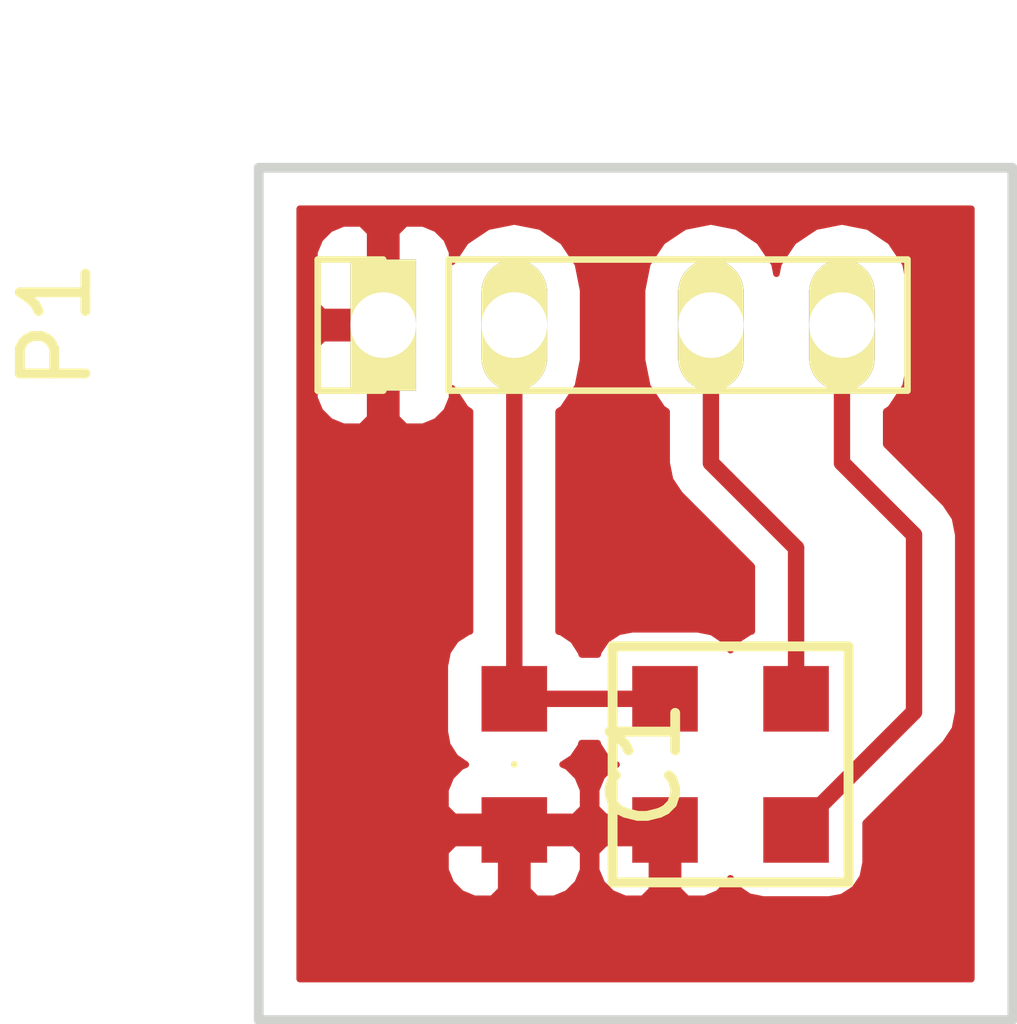
<source format=kicad_pcb>
(kicad_pcb (version 4) (host pcbnew 4.0.2+dfsg1-stable)

  (general
    (links 6)
    (no_connects 0)
    (area 147.924999 106.924999 159.075001 120.075001)
    (thickness 1.6)
    (drawings 4)
    (tracks 9)
    (zones 0)
    (modules 3)
    (nets 5)
  )

  (page A4)
  (layers
    (0 F.Cu signal)
    (31 B.Cu signal)
    (32 B.Adhes user)
    (33 F.Adhes user)
    (34 B.Paste user)
    (35 F.Paste user)
    (36 B.SilkS user)
    (37 F.SilkS user)
    (38 B.Mask user)
    (39 F.Mask user)
    (40 Dwgs.User user)
    (41 Cmts.User user)
    (42 Eco1.User user)
    (43 Eco2.User user)
    (44 Edge.Cuts user)
    (45 Margin user)
    (46 B.CrtYd user)
    (47 F.CrtYd user)
    (48 B.Fab user)
    (49 F.Fab user)
  )

  (setup
    (last_trace_width 0.25)
    (trace_clearance 0.25)
    (zone_clearance 0.5)
    (zone_45_only no)
    (trace_min 0.25)
    (segment_width 0.2)
    (edge_width 0.15)
    (via_size 0.6)
    (via_drill 0.4)
    (via_min_size 0.4)
    (via_min_drill 0.3)
    (uvia_size 0.3)
    (uvia_drill 0.1)
    (uvias_allowed no)
    (uvia_min_size 0.2)
    (uvia_min_drill 0.1)
    (pcb_text_width 0.3)
    (pcb_text_size 1.5 1.5)
    (mod_edge_width 0.15)
    (mod_text_size 1 1)
    (mod_text_width 0.15)
    (pad_size 1.524 1.524)
    (pad_drill 0.762)
    (pad_to_mask_clearance 0.2)
    (aux_axis_origin 0 0)
    (visible_elements FFFFFF7F)
    (pcbplotparams
      (layerselection 0x00030_80000001)
      (usegerberextensions false)
      (excludeedgelayer true)
      (linewidth 0.100000)
      (plotframeref false)
      (viasonmask false)
      (mode 1)
      (useauxorigin false)
      (hpglpennumber 1)
      (hpglpenspeed 20)
      (hpglpendiameter 15)
      (hpglpenoverlay 2)
      (psnegative false)
      (psa4output false)
      (plotreference true)
      (plotvalue true)
      (plotinvisibletext false)
      (padsonsilk false)
      (subtractmaskfromsilk false)
      (outputformat 1)
      (mirror false)
      (drillshape 1)
      (scaleselection 1)
      (outputdirectory ""))
  )

  (net 0 "")
  (net 1 VCC)
  (net 2 GND)
  (net 3 "Net-(P1-Pad3)")
  (net 4 "Net-(P1-Pad4)")

  (net_class Default "This is the default net class."
    (clearance 0.25)
    (trace_width 0.25)
    (via_dia 0.6)
    (via_drill 0.4)
    (uvia_dia 0.3)
    (uvia_drill 0.1)
    (add_net GND)
    (add_net "Net-(P1-Pad3)")
    (add_net "Net-(P1-Pad4)")
    (add_net VCC)
  )

  (module Capacitors_SMD:C_0805_HandSoldering (layer F.Cu) (tedit 541A9B8D) (tstamp 588C6A0B)
    (at 151.4 116.1 270)
    (descr "Capacitor SMD 0805, hand soldering")
    (tags "capacitor 0805")
    (path /588BA7B7)
    (attr smd)
    (fp_text reference C1 (at 0 -2 270) (layer F.SilkS)
      (effects (font (size 1 1)))
    )
    (fp_text value C (at 0 2 270) (layer F.Fab)
      (effects (font (size 1 1)))
    )
    (fp_line (start -2 -1) (end 2 -1) (layer F.CrtYd) (width 0))
    (fp_line (start -2 1) (end 2 1) (layer F.CrtYd) (width 0))
    (fp_line (start -2 -1) (end -2 1) (layer F.CrtYd) (width 0))
    (fp_line (start 2 -1) (end 2 1) (layer F.CrtYd) (width 0))
    (fp_line (start 0 0) (end 0 0) (layer F.SilkS) (width 0))
    (fp_line (start 0 0) (end 0 0) (layer F.SilkS) (width 0))
    (pad 1 smd rect (at -1 0 270) (size 1 1) (layers F.Cu F.Paste F.Mask)
      (net 1 VCC))
    (pad 2 smd rect (at 1 0 270) (size 1 1) (layers F.Cu F.Paste F.Mask)
      (net 2 GND))
    (model Capacitors_SMD.3dshapes/C_0805_HandSoldering.wrl
      (at (xyz 0 0 0))
      (scale (xyz 1 1 1))
      (rotate (xyz 0 0 0))
    )
  )

  (module Pin_Headers:Pin_Header_Straight_1x04 (layer F.Cu) (tedit 0) (tstamp 588C6A13)
    (at 149.4 109.4 90)
    (descr "Through hole pin header")
    (tags "pin header")
    (path /588BAA97)
    (fp_text reference P1 (at 0 -5 90) (layer F.SilkS)
      (effects (font (size 1 1)))
    )
    (fp_text value CONN_01X04 (at 0 -3 90) (layer F.Fab)
      (effects (font (size 1 1)))
    )
    (fp_line (start -1 -1) (end -1 9) (layer F.CrtYd) (width 0))
    (fp_line (start 1 -1) (end 1 9) (layer F.CrtYd) (width 0))
    (fp_line (start -1 -1) (end 1 -1) (layer F.CrtYd) (width 0))
    (fp_line (start -1 9) (end 1 9) (layer F.CrtYd) (width 0))
    (fp_line (start -1 1) (end -1 8) (layer F.SilkS) (width 0))
    (fp_line (start 1 1) (end 1 8) (layer F.SilkS) (width 0))
    (fp_line (start 1 -1) (end 1 0) (layer F.SilkS) (width 0))
    (fp_line (start -1 8) (end 1 8) (layer F.SilkS) (width 0))
    (fp_line (start 1 1) (end -1 1) (layer F.SilkS) (width 0))
    (fp_line (start -1 0) (end -1 -1) (layer F.SilkS) (width 0))
    (fp_line (start -1 -1) (end 1 -1) (layer F.SilkS) (width 0))
    (pad 1 thru_hole rect (at 0 0 90) (size 2 1) (drill 1) (layers *.Cu *.Mask F.SilkS)
      (net 2 GND))
    (pad 2 thru_hole oval (at 0 2 90) (size 2 1) (drill 1) (layers *.Cu *.Mask F.SilkS)
      (net 1 VCC))
    (pad 3 thru_hole oval (at 0 5 90) (size 2 1) (drill 1) (layers *.Cu *.Mask F.SilkS)
      (net 3 "Net-(P1-Pad3)"))
    (pad 4 thru_hole oval (at 0 7 90) (size 2 1) (drill 1) (layers *.Cu *.Mask F.SilkS)
      (net 4 "Net-(P1-Pad4)"))
    (model Pin_Headers.3dshapes/Pin_Header_Straight_1x04.wrl
      (at (xyz 0 -0 0))
      (scale (xyz 1 1 1))
      (rotate (xyz 0 0 90))
    )
  )

  (module MS5837:MS5837-BA30 (layer F.Cu) (tedit 588C6F7B) (tstamp 588C6A1F)
    (at 154.7 116.1)
    (path /588BB31E)
    (fp_text reference U1 (at 0 3) (layer F.SilkS) hide
      (effects (font (size 1 1) (thickness 0.15)))
    )
    (fp_text value MS5837-30BA (at -1.5 2.9) (layer F.Fab)
      (effects (font (size 1 1) (thickness 0.15)))
    )
    (fp_line (start -1.8 1.8) (end -1.8 -1.8) (layer F.SilkS) (width 0.15))
    (fp_line (start -1.8 -1.8) (end 1.8 -1.8) (layer F.SilkS) (width 0.15))
    (fp_line (start 1.8 -1.8) (end 1.8 1.8) (layer F.SilkS) (width 0.15))
    (fp_line (start 1.8 1.8) (end -1.8 1.8) (layer F.SilkS) (width 0.15))
    (pad 2 smd rect (at -1 -1) (size 1 1) (layers F.Cu F.Paste F.Mask)
      (net 1 VCC))
    (pad 3 smd rect (at 1 -1) (size 1 1) (layers F.Cu F.Paste F.Mask)
      (net 3 "Net-(P1-Pad3)"))
    (pad 1 smd rect (at -1 1) (size 1 1) (layers F.Cu F.Paste F.Mask)
      (net 2 GND))
    (pad 4 smd rect (at 1 1) (size 1 1) (layers F.Cu F.Paste F.Mask)
      (net 4 "Net-(P1-Pad4)"))
  )

  (gr_line (start 159 107) (end 147.5 107) (angle 90) (layer Edge.Cuts) (width 0.15))
  (gr_line (start 159 120) (end 159 107) (angle 90) (layer Edge.Cuts) (width 0.15))
  (gr_line (start 147.5 120) (end 159 120) (angle 90) (layer Edge.Cuts) (width 0.15))
  (gr_line (start 147.5 107) (end 147.5 120) (angle 90) (layer Edge.Cuts) (width 0.15))

  (segment (start 151.4 115.1) (end 153.7 115.1) (width 0.25) (layer F.Cu) (net 1))
  (segment (start 151.4 109.4) (end 151.4 115.1) (width 0.25) (layer F.Cu) (net 1))
  (segment (start 154.4 109.4) (end 154.4 111.5) (width 0.25) (layer F.Cu) (net 3))
  (segment (start 155.7 112.8) (end 155.7 115.1) (width 0.25) (layer F.Cu) (net 3) (tstamp 588C6D03))
  (segment (start 154.4 111.5) (end 155.7 112.8) (width 0.25) (layer F.Cu) (net 3) (tstamp 588C6CF5))
  (segment (start 156.4 109.4) (end 156.4 111.5) (width 0.25) (layer F.Cu) (net 4))
  (segment (start 157.5 115.3) (end 155.7 117.1) (width 0.25) (layer F.Cu) (net 4) (tstamp 588C6D14))
  (segment (start 157.5 112.6) (end 157.5 115.3) (width 0.25) (layer F.Cu) (net 4) (tstamp 588C6D12))
  (segment (start 156.4 111.5) (end 157.5 112.6) (width 0.25) (layer F.Cu) (net 4) (tstamp 588C6D0A))

  (zone (net 2) (net_name GND) (layer F.Cu) (tstamp 588C6D5F) (hatch edge 0.508)
    (connect_pads (clearance 0.5))
    (min_thickness 0.1)
    (fill yes (arc_segments 16) (thermal_gap 0.5) (thermal_bridge_width 0.5))
    (polygon
      (pts
        (xy 159 120) (xy 147.5 120) (xy 147.5 107) (xy 159 107) (xy 159 120)
      )
    )
    (filled_polygon
      (pts
        (xy 158.375 119.375) (xy 148.125 119.375) (xy 148.125 117.4375) (xy 150.35 117.4375) (xy 150.35 117.709402)
        (xy 150.433733 117.91155) (xy 150.58845 118.066268) (xy 150.790598 118.15) (xy 151.0625 118.15) (xy 151.2 118.0125)
        (xy 151.2 117.3) (xy 151.6 117.3) (xy 151.6 118.0125) (xy 151.7375 118.15) (xy 152.009402 118.15)
        (xy 152.21155 118.066268) (xy 152.366267 117.91155) (xy 152.45 117.709402) (xy 152.45 117.4375) (xy 152.65 117.4375)
        (xy 152.65 117.709402) (xy 152.733732 117.91155) (xy 152.88845 118.066267) (xy 153.090598 118.15) (xy 153.3625 118.15)
        (xy 153.5 118.0125) (xy 153.5 117.3) (xy 152.7875 117.3) (xy 152.65 117.4375) (xy 152.45 117.4375)
        (xy 152.3125 117.3) (xy 151.6 117.3) (xy 151.2 117.3) (xy 150.4875 117.3) (xy 150.35 117.4375)
        (xy 148.125 117.4375) (xy 148.125 109.7375) (xy 148.35 109.7375) (xy 148.35 110.509402) (xy 148.433733 110.71155)
        (xy 148.58845 110.866268) (xy 148.790598 110.95) (xy 149.0625 110.95) (xy 149.2 110.8125) (xy 149.2 109.6)
        (xy 148.4875 109.6) (xy 148.35 109.7375) (xy 148.125 109.7375) (xy 148.125 108.290598) (xy 148.35 108.290598)
        (xy 148.35 109.0625) (xy 148.4875 109.2) (xy 149.2 109.2) (xy 149.2 107.9875) (xy 149.6 107.9875)
        (xy 149.6 109.2) (xy 149.62 109.2) (xy 149.62 109.6) (xy 149.6 109.6) (xy 149.6 110.8125)
        (xy 149.7375 110.95) (xy 150.009402 110.95) (xy 150.21155 110.866268) (xy 150.366267 110.71155) (xy 150.45 110.509402)
        (xy 150.45 110.362227) (xy 150.657538 110.672828) (xy 150.725 110.717905) (xy 150.725 114.072154) (xy 150.696182 114.077576)
        (xy 150.508988 114.198032) (xy 150.383406 114.381827) (xy 150.339225 114.6) (xy 150.339225 115.6) (xy 150.377576 115.803818)
        (xy 150.498032 115.991012) (xy 150.6622 116.103184) (xy 150.58845 116.133732) (xy 150.433733 116.28845) (xy 150.35 116.490598)
        (xy 150.35 116.7625) (xy 150.4875 116.9) (xy 151.2 116.9) (xy 151.2 116.88) (xy 151.6 116.88)
        (xy 151.6 116.9) (xy 152.3125 116.9) (xy 152.45 116.7625) (xy 152.45 116.490598) (xy 152.366267 116.28845)
        (xy 152.21155 116.133732) (xy 152.135317 116.102155) (xy 152.291012 116.001968) (xy 152.416594 115.818173) (xy 152.425337 115.775)
        (xy 152.672154 115.775) (xy 152.677576 115.803818) (xy 152.798032 115.991012) (xy 152.962201 116.103184) (xy 152.88845 116.133733)
        (xy 152.733732 116.28845) (xy 152.65 116.490598) (xy 152.65 116.7625) (xy 152.7875 116.9) (xy 153.5 116.9)
        (xy 153.5 116.88) (xy 153.9 116.88) (xy 153.9 116.9) (xy 153.92 116.9) (xy 153.92 117.3)
        (xy 153.9 117.3) (xy 153.9 118.0125) (xy 154.0375 118.15) (xy 154.309402 118.15) (xy 154.51155 118.066267)
        (xy 154.666268 117.91155) (xy 154.697845 117.835317) (xy 154.798032 117.991012) (xy 154.981827 118.116594) (xy 155.2 118.160775)
        (xy 156.2 118.160775) (xy 156.403818 118.122424) (xy 156.591012 118.001968) (xy 156.716594 117.818173) (xy 156.760775 117.6)
        (xy 156.760775 116.993819) (xy 157.977297 115.777297) (xy 157.978832 115.775) (xy 158.123619 115.558311) (xy 158.175 115.3)
        (xy 158.175 112.6) (xy 158.123619 112.341689) (xy 158.123619 112.341688) (xy 157.977297 112.122703) (xy 157.075 111.220406)
        (xy 157.075 110.717905) (xy 157.142462 110.672828) (xy 157.370074 110.332184) (xy 157.45 109.930366) (xy 157.45 108.869634)
        (xy 157.370074 108.467816) (xy 157.142462 108.127172) (xy 156.801818 107.89956) (xy 156.4 107.819634) (xy 155.998182 107.89956)
        (xy 155.657538 108.127172) (xy 155.429926 108.467816) (xy 155.4 108.618265) (xy 155.370074 108.467816) (xy 155.142462 108.127172)
        (xy 154.801818 107.89956) (xy 154.4 107.819634) (xy 153.998182 107.89956) (xy 153.657538 108.127172) (xy 153.429926 108.467816)
        (xy 153.35 108.869634) (xy 153.35 109.930366) (xy 153.429926 110.332184) (xy 153.657538 110.672828) (xy 153.725 110.717905)
        (xy 153.725 111.5) (xy 153.776381 111.758312) (xy 153.922703 111.977297) (xy 155.025 113.079594) (xy 155.025 114.072154)
        (xy 154.996182 114.077576) (xy 154.808988 114.198032) (xy 154.698743 114.359381) (xy 154.601968 114.208988) (xy 154.418173 114.083406)
        (xy 154.2 114.039225) (xy 153.2 114.039225) (xy 152.996182 114.077576) (xy 152.808988 114.198032) (xy 152.683406 114.381827)
        (xy 152.674663 114.425) (xy 152.427846 114.425) (xy 152.422424 114.396182) (xy 152.301968 114.208988) (xy 152.118173 114.083406)
        (xy 152.075 114.074663) (xy 152.075 110.717905) (xy 152.142462 110.672828) (xy 152.370074 110.332184) (xy 152.45 109.930366)
        (xy 152.45 108.869634) (xy 152.370074 108.467816) (xy 152.142462 108.127172) (xy 151.801818 107.89956) (xy 151.4 107.819634)
        (xy 150.998182 107.89956) (xy 150.657538 108.127172) (xy 150.45 108.437773) (xy 150.45 108.290598) (xy 150.366267 108.08845)
        (xy 150.21155 107.933732) (xy 150.009402 107.85) (xy 149.7375 107.85) (xy 149.6 107.9875) (xy 149.2 107.9875)
        (xy 149.0625 107.85) (xy 148.790598 107.85) (xy 148.58845 107.933732) (xy 148.433733 108.08845) (xy 148.35 108.290598)
        (xy 148.125 108.290598) (xy 148.125 107.625) (xy 158.375 107.625)
      )
    )
  )
)

</source>
